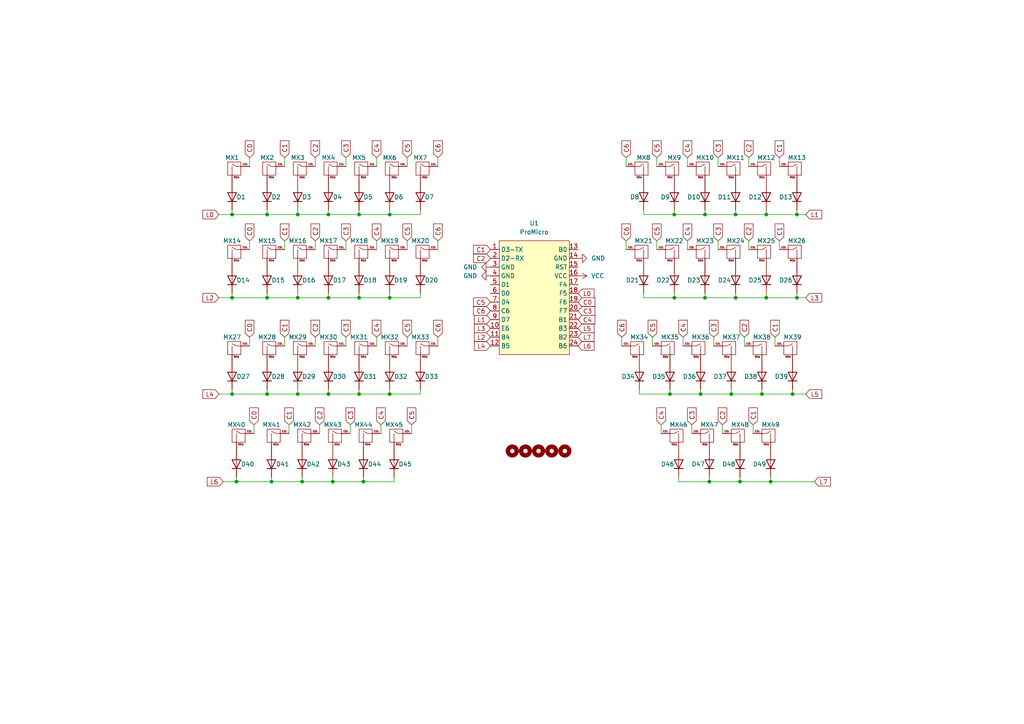
<source format=kicad_sch>
(kicad_sch (version 20230121) (generator eeschema)
  (paper "A4")
  (junction (at 195.58 62.23))
  (junction (at 68.58 139.7))
  (junction (at 231.14 62.23))
  (junction (at 86.36 62.23))
  (junction (at 95.25 62.23))
  (junction (at 67.31 114.3))
  (junction (at 77.47 62.23))
  (junction (at 86.36 114.3))
  (junction (at 204.47 86.36))
  (junction (at 86.36 86.36))
  (junction (at 212.09 114.3))
  (junction (at 105.41 139.7))
  (junction (at 214.63 139.7))
  (junction (at 113.03 86.36))
  (junction (at 104.14 62.23))
  (junction (at 96.52 139.7))
  (junction (at 223.52 139.7))
  (junction (at 113.03 114.3))
  (junction (at 67.31 86.36))
  (junction (at 222.25 62.23))
  (junction (at 95.25 114.3))
  (junction (at 204.47 62.23))
  (junction (at 113.03 62.23))
  (junction (at 220.98 114.3))
  (junction (at 222.25 86.36))
  (junction (at 213.36 86.36))
  (junction (at 205.74 139.7))
  (junction (at 229.87 114.3))
  (junction (at 67.31 62.23))
  (junction (at 87.63 139.7))
  (junction (at 77.47 86.36))
  (junction (at 194.31 114.3))
  (junction (at 104.14 86.36))
  (junction (at 78.74 139.7))
  (junction (at 95.25 86.36))
  (junction (at 195.58 86.36))
  (junction (at 231.14 86.36))
  (junction (at 104.14 114.3))
  (junction (at 213.36 62.23))
  (junction (at 203.2 114.3))
  (junction (at 77.47 114.3))
  (wire (pts (xy 100.33 69.85) (xy 100.33 72.39)))
  (wire (pts (xy 213.36 62.23) (xy 204.47 62.23)))
  (wire (pts (xy 82.55 45.72) (xy 82.55 48.26)))
  (wire (pts (xy 78.74 139.7) (xy 87.63 139.7)))
  (wire (pts (xy 209.55 123.19) (xy 209.55 125.73)))
  (wire (pts (xy 217.17 45.72) (xy 217.17 48.26)))
  (wire (pts (xy 204.47 86.36) (xy 195.58 86.36)))
  (wire (pts (xy 118.11 69.85) (xy 118.11 72.39)))
  (wire (pts (xy 78.74 139.7) (xy 78.74 138.43)))
  (wire (pts (xy 229.87 114.3) (xy 229.87 113.03)))
  (wire (pts (xy 186.69 62.23) (xy 186.69 60.96)))
  (wire (pts (xy 96.52 139.7) (xy 105.41 139.7)))
  (wire (pts (xy 189.23 97.79) (xy 189.23 100.33)))
  (wire (pts (xy 86.36 62.23) (xy 86.36 60.96)))
  (wire (pts (xy 208.28 69.85) (xy 208.28 72.39)))
  (wire (pts (xy 72.39 97.79) (xy 72.39 100.33)))
  (wire (pts (xy 231.14 62.23) (xy 233.68 62.23)))
  (wire (pts (xy 186.69 86.36) (xy 186.69 85.09)))
  (wire (pts (xy 199.39 45.72) (xy 199.39 48.26)))
  (wire (pts (xy 86.36 114.3) (xy 86.36 113.03)))
  (wire (pts (xy 127 97.79) (xy 127 100.33)))
  (wire (pts (xy 96.52 139.7) (xy 96.52 138.43)))
  (wire (pts (xy 180.34 97.79) (xy 180.34 100.33)))
  (wire (pts (xy 220.98 114.3) (xy 220.98 113.03)))
  (wire (pts (xy 104.14 86.36) (xy 113.03 86.36)))
  (wire (pts (xy 233.68 114.3) (xy 229.87 114.3)))
  (wire (pts (xy 104.14 114.3) (xy 113.03 114.3)))
  (wire (pts (xy 87.63 139.7) (xy 87.63 138.43)))
  (wire (pts (xy 72.39 45.72) (xy 72.39 48.26)))
  (wire (pts (xy 204.47 86.36) (xy 204.47 85.09)))
  (wire (pts (xy 67.31 62.23) (xy 67.31 60.96)))
  (wire (pts (xy 213.36 86.36) (xy 204.47 86.36)))
  (wire (pts (xy 86.36 86.36) (xy 86.36 85.09)))
  (wire (pts (xy 121.92 86.36) (xy 121.92 85.09)))
  (wire (pts (xy 231.14 86.36) (xy 222.25 86.36)))
  (wire (pts (xy 190.5 69.85) (xy 190.5 72.39)))
  (wire (pts (xy 104.14 62.23) (xy 104.14 60.96)))
  (wire (pts (xy 127 69.85) (xy 127 72.39)))
  (wire (pts (xy 63.5 86.36) (xy 67.31 86.36)))
  (wire (pts (xy 95.25 86.36) (xy 95.25 85.09)))
  (wire (pts (xy 214.63 139.7) (xy 214.63 138.43)))
  (wire (pts (xy 114.3 139.7) (xy 114.3 138.43)))
  (wire (pts (xy 205.74 139.7) (xy 205.74 138.43)))
  (wire (pts (xy 218.44 123.19) (xy 218.44 125.73)))
  (wire (pts (xy 109.22 69.85) (xy 109.22 72.39)))
  (wire (pts (xy 213.36 86.36) (xy 213.36 85.09)))
  (wire (pts (xy 127 45.72) (xy 127 48.26)))
  (wire (pts (xy 72.39 69.85) (xy 72.39 72.39)))
  (wire (pts (xy 181.61 45.72) (xy 181.61 48.26)))
  (wire (pts (xy 196.85 139.7) (xy 196.85 138.43)))
  (wire (pts (xy 204.47 62.23) (xy 195.58 62.23)))
  (wire (pts (xy 200.66 123.19) (xy 200.66 125.73)))
  (wire (pts (xy 63.5 114.3) (xy 67.31 114.3)))
  (wire (pts (xy 73.66 123.19) (xy 73.66 125.73)))
  (wire (pts (xy 77.47 114.3) (xy 86.36 114.3)))
  (wire (pts (xy 113.03 114.3) (xy 113.03 113.03)))
  (wire (pts (xy 91.44 69.85) (xy 91.44 72.39)))
  (wire (pts (xy 185.42 114.3) (xy 185.42 113.03)))
  (wire (pts (xy 105.41 139.7) (xy 105.41 138.43)))
  (wire (pts (xy 191.77 123.19) (xy 191.77 125.73)))
  (wire (pts (xy 215.9 97.79) (xy 215.9 100.33)))
  (wire (pts (xy 67.31 86.36) (xy 67.31 85.09)))
  (wire (pts (xy 63.5 62.23) (xy 67.31 62.23)))
  (wire (pts (xy 226.06 45.72) (xy 226.06 48.26)))
  (wire (pts (xy 86.36 86.36) (xy 95.25 86.36)))
  (wire (pts (xy 195.58 86.36) (xy 195.58 85.09)))
  (wire (pts (xy 82.55 69.85) (xy 82.55 72.39)))
  (wire (pts (xy 203.2 114.3) (xy 194.31 114.3)))
  (wire (pts (xy 113.03 62.23) (xy 121.92 62.23)))
  (wire (pts (xy 231.14 62.23) (xy 231.14 60.96)))
  (wire (pts (xy 67.31 114.3) (xy 77.47 114.3)))
  (wire (pts (xy 67.31 86.36) (xy 77.47 86.36)))
  (wire (pts (xy 109.22 45.72) (xy 109.22 48.26)))
  (wire (pts (xy 222.25 86.36) (xy 222.25 85.09)))
  (wire (pts (xy 195.58 62.23) (xy 195.58 60.96)))
  (wire (pts (xy 77.47 114.3) (xy 77.47 113.03)))
  (wire (pts (xy 82.55 97.79) (xy 82.55 100.33)))
  (wire (pts (xy 205.74 139.7) (xy 196.85 139.7)))
  (wire (pts (xy 198.12 97.79) (xy 198.12 100.33)))
  (wire (pts (xy 223.52 139.7) (xy 214.63 139.7)))
  (wire (pts (xy 208.28 45.72) (xy 208.28 48.26)))
  (wire (pts (xy 95.25 86.36) (xy 104.14 86.36)))
  (wire (pts (xy 113.03 86.36) (xy 113.03 85.09)))
  (wire (pts (xy 91.44 45.72) (xy 91.44 48.26)))
  (wire (pts (xy 214.63 139.7) (xy 205.74 139.7)))
  (wire (pts (xy 223.52 139.7) (xy 236.22 139.7)))
  (wire (pts (xy 95.25 62.23) (xy 104.14 62.23)))
  (wire (pts (xy 92.71 123.19) (xy 92.71 125.73)))
  (wire (pts (xy 190.5 45.72) (xy 190.5 48.26)))
  (wire (pts (xy 77.47 62.23) (xy 77.47 60.96)))
  (wire (pts (xy 222.25 62.23) (xy 222.25 60.96)))
  (wire (pts (xy 68.58 139.7) (xy 78.74 139.7)))
  (wire (pts (xy 67.31 114.3) (xy 67.31 113.03)))
  (wire (pts (xy 212.09 114.3) (xy 203.2 114.3)))
  (wire (pts (xy 231.14 86.36) (xy 233.68 86.36)))
  (wire (pts (xy 86.36 62.23) (xy 95.25 62.23)))
  (wire (pts (xy 222.25 62.23) (xy 231.14 62.23)))
  (wire (pts (xy 224.79 97.79) (xy 224.79 100.33)))
  (wire (pts (xy 113.03 86.36) (xy 121.92 86.36)))
  (wire (pts (xy 101.6 123.19) (xy 101.6 125.73)))
  (wire (pts (xy 203.2 114.3) (xy 203.2 113.03)))
  (wire (pts (xy 229.87 114.3) (xy 220.98 114.3)))
  (wire (pts (xy 220.98 114.3) (xy 212.09 114.3)))
  (wire (pts (xy 204.47 62.23) (xy 204.47 60.96)))
  (wire (pts (xy 118.11 45.72) (xy 118.11 48.26)))
  (wire (pts (xy 68.58 139.7) (xy 68.58 138.43)))
  (wire (pts (xy 231.14 86.36) (xy 231.14 85.09)))
  (wire (pts (xy 113.03 114.3) (xy 121.92 114.3)))
  (wire (pts (xy 100.33 45.72) (xy 100.33 48.26)))
  (wire (pts (xy 64.77 139.7) (xy 68.58 139.7)))
  (wire (pts (xy 195.58 86.36) (xy 186.69 86.36)))
  (wire (pts (xy 195.58 62.23) (xy 186.69 62.23)))
  (wire (pts (xy 113.03 62.23) (xy 113.03 60.96)))
  (wire (pts (xy 181.61 69.85) (xy 181.61 72.39)))
  (wire (pts (xy 104.14 62.23) (xy 113.03 62.23)))
  (wire (pts (xy 86.36 114.3) (xy 95.25 114.3)))
  (wire (pts (xy 217.17 69.85) (xy 217.17 72.39)))
  (wire (pts (xy 212.09 114.3) (xy 212.09 113.03)))
  (wire (pts (xy 121.92 114.3) (xy 121.92 113.03)))
  (wire (pts (xy 110.49 123.19) (xy 110.49 125.73)))
  (wire (pts (xy 87.63 139.7) (xy 96.52 139.7)))
  (wire (pts (xy 105.41 139.7) (xy 114.3 139.7)))
  (wire (pts (xy 95.25 62.23) (xy 95.25 60.96)))
  (wire (pts (xy 199.39 69.85) (xy 199.39 72.39)))
  (wire (pts (xy 77.47 86.36) (xy 86.36 86.36)))
  (wire (pts (xy 109.22 97.79) (xy 109.22 100.33)))
  (wire (pts (xy 213.36 86.36) (xy 222.25 86.36)))
  (wire (pts (xy 77.47 86.36) (xy 77.47 85.09)))
  (wire (pts (xy 207.01 97.79) (xy 207.01 100.33)))
  (wire (pts (xy 77.47 62.23) (xy 86.36 62.23)))
  (wire (pts (xy 213.36 62.23) (xy 222.25 62.23)))
  (wire (pts (xy 95.25 114.3) (xy 95.25 113.03)))
  (wire (pts (xy 91.44 97.79) (xy 91.44 100.33)))
  (wire (pts (xy 226.06 69.85) (xy 226.06 72.39)))
  (wire (pts (xy 100.33 97.79) (xy 100.33 100.33)))
  (wire (pts (xy 83.82 123.19) (xy 83.82 125.73)))
  (wire (pts (xy 194.31 114.3) (xy 185.42 114.3)))
  (wire (pts (xy 118.11 97.79) (xy 118.11 100.33)))
  (wire (pts (xy 223.52 139.7) (xy 223.52 138.43)))
  (wire (pts (xy 121.92 62.23) (xy 121.92 60.96)))
  (wire (pts (xy 104.14 114.3) (xy 104.14 113.03)))
  (wire (pts (xy 67.31 62.23) (xy 77.47 62.23)))
  (wire (pts (xy 104.14 86.36) (xy 104.14 85.09)))
  (wire (pts (xy 194.31 114.3) (xy 194.31 113.03)))
  (wire (pts (xy 95.25 114.3) (xy 104.14 114.3)))
  (wire (pts (xy 119.38 123.19) (xy 119.38 125.73)))
  (wire (pts (xy 213.36 62.23) (xy 213.36 60.96)))
  (global_label "L7" (shape input) (at 167.64 97.79 0) (property "Intersheetrefs" "${INTERSHEET_REFS}" (effects hide)))
  (global_label "L1" (shape input) (at 233.68 62.23 0) (property "Intersheetrefs" "${INTERSHEET_REFS}" (effects hide)))
  (global_label "C3" (shape input) (at 167.64 90.17 0) (property "Intersheetrefs" "${INTERSHEET_REFS}" (effects hide)))
  (global_label "C5" (shape input) (at 118.11 97.79 90) (property "Intersheetrefs" "${INTERSHEET_REFS}" (effects hide)))
  (global_label "C4" (shape input) (at 110.49 123.19 90) (property "Intersheetrefs" "${INTERSHEET_REFS}" (effects hide)))
  (global_label "L7" (shape input) (at 236.22 139.7 0) (property "Intersheetrefs" "${INTERSHEET_REFS}" (effects hide)))
  (global_label "C4" (shape input) (at 199.39 45.72 90) (property "Intersheetrefs" "${INTERSHEET_REFS}" (effects hide)))
  (global_label "C6" (shape input) (at 127 69.85 90) (property "Intersheetrefs" "${INTERSHEET_REFS}" (effects hide)))
  (global_label "L3" (shape input) (at 142.24 95.25 180) (property "Intersheetrefs" "${INTERSHEET_REFS}" (effects hide)))
  (global_label "C3" (shape input) (at 208.28 45.72 90) (property "Intersheetrefs" "${INTERSHEET_REFS}" (effects hide)))
  (global_label "C2" (shape input) (at 91.44 69.85 90) (property "Intersheetrefs" "${INTERSHEET_REFS}" (effects hide)))
  (global_label "C5" (shape input) (at 189.23 97.79 90) (property "Intersheetrefs" "${INTERSHEET_REFS}" (effects hide)))
  (global_label "C5" (shape input) (at 190.5 45.72 90) (property "Intersheetrefs" "${INTERSHEET_REFS}" (effects hide)))
  (global_label "C4" (shape input) (at 109.22 97.79 90) (property "Intersheetrefs" "${INTERSHEET_REFS}" (effects hide)))
  (global_label "L5" (shape input) (at 233.68 114.3 0) (property "Intersheetrefs" "${INTERSHEET_REFS}" (effects hide)))
  (global_label "C1" (shape input) (at 82.55 45.72 90) (property "Intersheetrefs" "${INTERSHEET_REFS}" (effects hide)))
  (global_label "C2" (shape input) (at 217.17 45.72 90) (property "Intersheetrefs" "${INTERSHEET_REFS}" (effects hide)))
  (global_label "L5" (shape input) (at 167.64 95.25 0) (property "Intersheetrefs" "${INTERSHEET_REFS}" (effects hide)))
  (global_label "C1" (shape input) (at 226.06 69.85 90) (property "Intersheetrefs" "${INTERSHEET_REFS}" (effects hide)))
  (global_label "L0" (shape input) (at 63.5 62.23 180) (property "Intersheetrefs" "${INTERSHEET_REFS}" (effects hide)))
  (global_label "C1" (shape input) (at 82.55 97.79 90) (property "Intersheetrefs" "${INTERSHEET_REFS}" (effects hide)))
  (global_label "C3" (shape input) (at 100.33 97.79 90) (property "Intersheetrefs" "${INTERSHEET_REFS}" (effects hide)))
  (global_label "C3" (shape input) (at 100.33 69.85 90) (property "Intersheetrefs" "${INTERSHEET_REFS}" (effects hide)))
  (global_label "C1" (shape input) (at 226.06 45.72 90) (property "Intersheetrefs" "${INTERSHEET_REFS}" (effects hide)))
  (global_label "L6" (shape input) (at 167.64 100.33 0) (property "Intersheetrefs" "${INTERSHEET_REFS}" (effects hide)))
  (global_label "C3" (shape input) (at 208.28 69.85 90) (property "Intersheetrefs" "${INTERSHEET_REFS}" (effects hide)))
  (global_label "C4" (shape input) (at 109.22 45.72 90) (property "Intersheetrefs" "${INTERSHEET_REFS}" (effects hide)))
  (global_label "C6" (shape input) (at 181.61 69.85 90) (property "Intersheetrefs" "${INTERSHEET_REFS}" (effects hide)))
  (global_label "C0" (shape input) (at 72.39 69.85 90) (property "Intersheetrefs" "${INTERSHEET_REFS}" (effects hide)))
  (global_label "C1" (shape input) (at 82.55 69.85 90) (property "Intersheetrefs" "${INTERSHEET_REFS}" (effects hide)))
  (global_label "C6" (shape input) (at 142.24 90.17 180) (property "Intersheetrefs" "${INTERSHEET_REFS}" (effects hide)))
  (global_label "C2" (shape input) (at 91.44 45.72 90) (property "Intersheetrefs" "${INTERSHEET_REFS}" (effects hide)))
  (global_label "L4" (shape input) (at 142.24 100.33 180) (property "Intersheetrefs" "${INTERSHEET_REFS}" (effects hide)))
  (global_label "C1" (shape input) (at 218.44 123.19 90) (property "Intersheetrefs" "${INTERSHEET_REFS}" (effects hide)))
  (global_label "C4" (shape input) (at 167.64 92.71 0) (property "Intersheetrefs" "${INTERSHEET_REFS}" (effects hide)))
  (global_label "C0" (shape input) (at 72.39 97.79 90) (property "Intersheetrefs" "${INTERSHEET_REFS}" (effects hide)))
  (global_label "C5" (shape input) (at 118.11 45.72 90) (property "Intersheetrefs" "${INTERSHEET_REFS}" (effects hide)))
  (global_label "C4" (shape input) (at 199.39 69.85 90) (property "Intersheetrefs" "${INTERSHEET_REFS}" (effects hide)))
  (global_label "L3" (shape input) (at 233.68 86.36 0) (property "Intersheetrefs" "${INTERSHEET_REFS}" (effects hide)))
  (global_label "L0" (shape input) (at 167.64 85.09 0) (property "Intersheetrefs" "${INTERSHEET_REFS}" (effects hide)))
  (global_label "L6" (shape input) (at 64.77 139.7 180) (property "Intersheetrefs" "${INTERSHEET_REFS}" (effects hide)))
  (global_label "C2" (shape input) (at 217.17 69.85 90) (property "Intersheetrefs" "${INTERSHEET_REFS}" (effects hide)))
  (global_label "C5" (shape input) (at 142.24 87.63 180) (property "Intersheetrefs" "${INTERSHEET_REFS}" (effects hide)))
  (global_label "C5" (shape input) (at 119.38 123.19 90) (property "Intersheetrefs" "${INTERSHEET_REFS}" (effects hide)))
  (global_label "C2" (shape input) (at 215.9 97.79 90) (property "Intersheetrefs" "${INTERSHEET_REFS}" (effects hide)))
  (global_label "C4" (shape input) (at 198.12 97.79 90) (property "Intersheetrefs" "${INTERSHEET_REFS}" (effects hide)))
  (global_label "C5" (shape input) (at 118.11 69.85 90) (property "Intersheetrefs" "${INTERSHEET_REFS}" (effects hide)))
  (global_label "C3" (shape input) (at 101.6 123.19 90) (property "Intersheetrefs" "${INTERSHEET_REFS}" (effects hide)))
  (global_label "C1" (shape input) (at 142.24 72.39 180) (property "Intersheetrefs" "${INTERSHEET_REFS}" (effects hide)))
  (global_label "C0" (shape input) (at 72.39 45.72 90) (property "Intersheetrefs" "${INTERSHEET_REFS}" (effects hide)))
  (global_label "C2" (shape input) (at 209.55 123.19 90) (property "Intersheetrefs" "${INTERSHEET_REFS}" (effects hide)))
  (global_label "L2" (shape input) (at 63.5 86.36 180) (property "Intersheetrefs" "${INTERSHEET_REFS}" (effects hide)))
  (global_label "C6" (shape input) (at 181.61 45.72 90) (property "Intersheetrefs" "${INTERSHEET_REFS}" (effects hide)))
  (global_label "C5" (shape input) (at 190.5 69.85 90) (property "Intersheetrefs" "${INTERSHEET_REFS}" (effects hide)))
  (global_label "L1" (shape input) (at 142.24 92.71 180) (property "Intersheetrefs" "${INTERSHEET_REFS}" (effects hide)))
  (global_label "C1" (shape input) (at 224.79 97.79 90) (property "Intersheetrefs" "${INTERSHEET_REFS}" (effects hide)))
  (global_label "C4" (shape input) (at 191.77 123.19 90) (property "Intersheetrefs" "${INTERSHEET_REFS}" (effects hide)))
  (global_label "C1" (shape input) (at 83.82 123.19 90) (property "Intersheetrefs" "${INTERSHEET_REFS}" (effects hide)))
  (global_label "C3" (shape input) (at 200.66 123.19 90) (property "Intersheetrefs" "${INTERSHEET_REFS}" (effects hide)))
  (global_label "C3" (shape input) (at 100.33 45.72 90) (property "Intersheetrefs" "${INTERSHEET_REFS}" (effects hide)))
  (global_label "C2" (shape input) (at 91.44 97.79 90) (property "Intersheetrefs" "${INTERSHEET_REFS}" (effects hide)))
  (global_label "C6" (shape input) (at 127 45.72 90) (property "Intersheetrefs" "${INTERSHEET_REFS}" (effects hide)))
  (global_label "C2" (shape input) (at 92.71 123.19 90) (property "Intersheetrefs" "${INTERSHEET_REFS}" (effects hide)))
  (global_label "L2" (shape input) (at 142.24 97.79 180) (property "Intersheetrefs" "${INTERSHEET_REFS}" (effects hide)))
  (global_label "C0" (shape input) (at 167.64 87.63 0) (property "Intersheetrefs" "${INTERSHEET_REFS}" (effects hide)))
  (global_label "C2" (shape input) (at 142.24 74.93 180) (property "Intersheetrefs" "${INTERSHEET_REFS}" (effects hide)))
  (global_label "C6" (shape input) (at 127 97.79 90) (property "Intersheetrefs" "${INTERSHEET_REFS}" (effects hide)))
  (global_label "C3" (shape input) (at 207.01 97.79 90) (property "Intersheetrefs" "${INTERSHEET_REFS}" (effects hide)))
  (global_label "L4" (shape input) (at 63.5 114.3 180) (property "Intersheetrefs" "${INTERSHEET_REFS}" (effects hide)))
  (global_label "C6" (shape input) (at 180.34 97.79 90) (property "Intersheetrefs" "${INTERSHEET_REFS}" (effects hide)))
  (global_label "C0" (shape input) (at 73.66 123.19 90) (property "Intersheetrefs" "${INTERSHEET_REFS}" (effects hide)))
  (global_label "C4" (shape input) (at 109.22 69.85 90) (property "Intersheetrefs" "${INTERSHEET_REFS}" (effects hide)))
  (symbol (lib_id "Diode:1N4148") (at 114.3 134.62 90) (unit 1)
    (property "Reference" "D45" (at 115.57 134.62 90) (effects (justify right)))
    (property "Value" "1N4148" (effects hide))
    (property "Footprint" "Diode_THT:D_DO-35_SOD27_P7.62mm_Horizontal" (effects hide))
    (property "Datasheet" "https://assets.nexperia.com/documents/data-sheet/1N4148_1N4448.pdf" (effects hide))
    (property "Sim.Device" "D" (effects hide))
    (property "Sim.Pins" "1=K 2=A" (effects hide))
  )
  (symbol (lib_id "Diode:1N4148") (at 185.42 109.22 270) (mirror x) (unit 1)
    (property "Reference" "D34" (at 184.15 109.22 90) (effects (justify right)))
    (property "Value" "1N4148" (effects hide))
    (property "Footprint" "Diode_THT:D_DO-35_SOD27_P7.62mm_Horizontal" (effects hide))
    (property "Datasheet" "https://assets.nexperia.com/documents/data-sheet/1N4148_1N4448.pdf" (effects hide))
    (property "Sim.Device" "D" (effects hide))
    (property "Sim.Pins" "1=K 2=A" (effects hide))
  )
  (symbol (lib_id "Diode:1N4148") (at 213.36 57.15 270) (mirror x) (unit 1)
    (property "Reference" "D11" (at 212.09 57.15 90) (effects (justify right)))
    (property "Value" "1N4148" (effects hide))
    (property "Footprint" "Diode_THT:D_DO-35_SOD27_P7.62mm_Horizontal" (effects hide))
    (property "Datasheet" "https://assets.nexperia.com/documents/data-sheet/1N4148_1N4448.pdf" (effects hide))
    (property "Sim.Device" "D" (effects hide))
    (property "Sim.Pins" "1=K 2=A" (effects hide))
  )
  (symbol (lib_id "PCM_0xcb:MX") (at 185.42 72.39 0) (mirror y) (unit 1)
    (property "Reference" "MX21" (at 186.69 69.85 0))
    (property "Value" "MX" (effects hide))
    (property "Footprint" "_mx:MX-Alps-Hybrid-1U" (effects hide))
  )
  (symbol (lib_id "PCM_0xcb:MX") (at 78.74 100.33 0) (unit 1)
    (property "Reference" "MX28" (at 77.47 97.79 0))
    (property "Value" "MX" (effects hide))
    (property "Footprint" "_mx:MX-Alps-Hybrid-1.75U" (effects hide))
  )
  (symbol (lib_id "PCM_0xcb:MX") (at 114.3 72.39 0) (unit 1)
    (property "Reference" "MX19" (at 113.03 69.85 0))
    (property "Value" "MX" (effects hide))
    (property "Footprint" "_mx:MX-Alps-Hybrid-1U" (effects hide))
  )
  (symbol (lib_id "Diode:1N4148") (at 204.47 81.28 270) (mirror x) (unit 1)
    (property "Reference" "D23" (at 203.2 81.28 90) (effects (justify right)))
    (property "Value" "1N4148" (effects hide))
    (property "Footprint" "Diode_THT:D_DO-35_SOD27_P7.62mm_Horizontal" (effects hide))
    (property "Datasheet" "https://assets.nexperia.com/documents/data-sheet/1N4148_1N4448.pdf" (effects hide))
    (property "Sim.Device" "D" (effects hide))
    (property "Sim.Pins" "1=K 2=A" (effects hide))
  )
  (symbol (lib_id "Diode:1N4148") (at 105.41 134.62 90) (unit 1)
    (property "Reference" "D44" (at 106.68 134.62 90) (effects (justify right)))
    (property "Value" "1N4148" (effects hide))
    (property "Footprint" "Diode_THT:D_DO-35_SOD27_P7.62mm_Horizontal" (effects hide))
    (property "Datasheet" "https://assets.nexperia.com/documents/data-sheet/1N4148_1N4448.pdf" (effects hide))
    (property "Sim.Device" "D" (effects hide))
    (property "Sim.Pins" "1=K 2=A" (effects hide))
  )
  (symbol (lib_id "Diode:1N4148") (at 77.47 81.28 90) (unit 1)
    (property "Reference" "D15" (at 78.74 81.28 90) (effects (justify right)))
    (property "Value" "1N4148" (effects hide))
    (property "Footprint" "Diode_THT:D_DO-35_SOD27_P7.62mm_Horizontal" (effects hide))
    (property "Datasheet" "https://assets.nexperia.com/documents/data-sheet/1N4148_1N4448.pdf" (effects hide))
    (property "Sim.Device" "D" (effects hide))
    (property "Sim.Pins" "1=K 2=A" (effects hide))
  )
  (symbol (lib_id "Diode:1N4148") (at 231.14 57.15 270) (mirror x) (unit 1)
    (property "Reference" "D13" (at 229.87 57.15 90) (effects (justify right)))
    (property "Value" "1N4148" (effects hide))
    (property "Footprint" "Diode_THT:D_DO-35_SOD27_P7.62mm_Horizontal" (effects hide))
    (property "Datasheet" "https://assets.nexperia.com/documents/data-sheet/1N4148_1N4448.pdf" (effects hide))
    (property "Sim.Device" "D" (effects hide))
    (property "Sim.Pins" "1=K 2=A" (effects hide))
  )
  (symbol (lib_id "PCM_0xcb:MX") (at 212.09 48.26 0) (mirror y) (unit 1)
    (property "Reference" "MX11" (at 213.36 45.72 0))
    (property "Value" "MX" (effects hide))
    (property "Footprint" "_mx:MX-Alps-Hybrid-1U" (effects hide))
  )
  (symbol (lib_id "Diode:1N4148") (at 231.14 81.28 270) (mirror x) (unit 1)
    (property "Reference" "D26" (at 229.87 81.28 90) (effects (justify right)))
    (property "Value" "1N4148" (effects hide))
    (property "Footprint" "Diode_THT:D_DO-35_SOD27_P7.62mm_Horizontal" (effects hide))
    (property "Datasheet" "https://assets.nexperia.com/documents/data-sheet/1N4148_1N4448.pdf" (effects hide))
    (property "Sim.Device" "D" (effects hide))
    (property "Sim.Pins" "1=K 2=A" (effects hide))
  )
  (symbol (lib_id "PCM_0xcb:MX") (at 201.93 100.33 0) (mirror y) (unit 1)
    (property "Reference" "MX36" (at 203.2 97.79 0))
    (property "Value" "MX" (effects hide))
    (property "Footprint" "_mx:MX-Alps-Hybrid-1U" (effects hide))
  )
  (symbol (lib_id "PCM_0xcb:MX") (at 203.2 48.26 0) (mirror y) (unit 1)
    (property "Reference" "MX10" (at 204.47 45.72 0))
    (property "Value" "MX" (effects hide))
    (property "Footprint" "_mx:MX-Alps-Hybrid-1U" (effects hide))
  )
  (symbol (lib_id "PCM_0xcb:MX") (at 229.87 72.39 0) (mirror y) (unit 1)
    (property "Reference" "MX26" (at 231.14 69.85 0))
    (property "Value" "MX" (effects hide))
    (property "Footprint" "_mx:MX-Alps-Hybrid-1.5U" (effects hide))
  )
  (symbol (lib_id "Diode:1N4148") (at 96.52 134.62 90) (unit 1)
    (property "Reference" "D43" (at 97.79 134.62 90) (effects (justify right)))
    (property "Value" "1N4148" (effects hide))
    (property "Footprint" "Diode_THT:D_DO-35_SOD27_P7.62mm_Horizontal" (effects hide))
    (property "Datasheet" "https://assets.nexperia.com/documents/data-sheet/1N4148_1N4448.pdf" (effects hide))
    (property "Sim.Device" "D" (effects hide))
    (property "Sim.Pins" "1=K 2=A" (effects hide))
  )
  (symbol (lib_id "Diode:1N4148") (at 95.25 109.22 90) (unit 1)
    (property "Reference" "D30" (at 96.52 109.22 90) (effects (justify right)))
    (property "Value" "1N4148" (effects hide))
    (property "Footprint" "Diode_THT:D_DO-35_SOD27_P7.62mm_Horizontal" (effects hide))
    (property "Datasheet" "https://assets.nexperia.com/documents/data-sheet/1N4148_1N4448.pdf" (effects hide))
    (property "Sim.Device" "D" (effects hide))
    (property "Sim.Pins" "1=K 2=A" (effects hide))
  )
  (symbol (lib_id "PCM_0xcb:MX") (at 115.57 125.73 0) (unit 1)
    (property "Reference" "MX45" (at 114.3 123.19 0))
    (property "Value" "MX" (effects hide))
    (property "Footprint" "_mx:MX-Alps-Hybrid-2.75U-ReversedStabilizers" (effects hide))
  )
  (symbol (lib_id "PCM_0xcb:MX") (at 68.58 48.26 0) (unit 1)
    (property "Reference" "MX1" (at 67.31 45.72 0))
    (property "Value" "MX" (effects hide))
    (property "Footprint" "_mx:MX-Alps-Hybrid-1U" (effects hide))
  )
  (symbol (lib_id "Diode:1N4148") (at 67.31 109.22 90) (unit 1)
    (property "Reference" "D27" (at 68.58 109.22 90) (effects (justify right)))
    (property "Value" "1N4148" (effects hide))
    (property "Footprint" "Diode_THT:D_DO-35_SOD27_P7.62mm_Horizontal" (effects hide))
    (property "Datasheet" "https://assets.nexperia.com/documents/data-sheet/1N4148_1N4448.pdf" (effects hide))
    (property "Sim.Device" "D" (effects hide))
    (property "Sim.Pins" "1=K 2=A" (effects hide))
  )
  (symbol (lib_id "Diode:1N4148") (at 203.2 109.22 270) (mirror x) (unit 1)
    (property "Reference" "D36" (at 201.93 109.22 90) (effects (justify right)))
    (property "Value" "1N4148" (effects hide))
    (property "Footprint" "Diode_THT:D_DO-35_SOD27_P7.62mm_Horizontal" (effects hide))
    (property "Datasheet" "https://assets.nexperia.com/documents/data-sheet/1N4148_1N4448.pdf" (effects hide))
    (property "Sim.Device" "D" (effects hide))
    (property "Sim.Pins" "1=K 2=A" (effects hide))
  )
  (symbol (lib_id "Diode:1N4148") (at 95.25 81.28 90) (unit 1)
    (property "Reference" "D17" (at 96.52 81.28 90) (effects (justify right)))
    (property "Value" "1N4148" (effects hide))
    (property "Footprint" "Diode_THT:D_DO-35_SOD27_P7.62mm_Horizontal" (effects hide))
    (property "Datasheet" "https://assets.nexperia.com/documents/data-sheet/1N4148_1N4448.pdf" (effects hide))
    (property "Sim.Device" "D" (effects hide))
    (property "Sim.Pins" "1=K 2=A" (effects hide))
  )
  (symbol (lib_id "Mechanical:MountingHole") (at 148.59 130.81 0) (unit 1)
    (property "Reference" "H1" (effects hide))
    (property "Value" "MountingHole" (effects hide))
    (property "Footprint" "MountingHole:MountingHole_2.2mm_M2" (effects hide))
  )
  (symbol (lib_id "PCM_0xcb:MX") (at 78.74 48.26 0) (unit 1)
    (property "Reference" "MX2" (at 77.47 45.72 0))
    (property "Value" "MX" (effects hide))
    (property "Footprint" "_mx:MX-Alps-Hybrid-1U" (effects hide))
  )
  (symbol (lib_id "PCM_0xcb:MX") (at 105.41 48.26 0) (unit 1)
    (property "Reference" "MX5" (at 104.14 45.72 0))
    (property "Value" "MX" (effects hide))
    (property "Footprint" "_mx:MX-Alps-Hybrid-1U" (effects hide))
  )
  (symbol (lib_id "PCM_0xcb:MX") (at 220.98 48.26 0) (mirror y) (unit 1)
    (property "Reference" "MX12" (at 222.25 45.72 0))
    (property "Value" "MX" (effects hide))
    (property "Footprint" "_mx:MX-Alps-Hybrid-1U" (effects hide))
  )
  (symbol (lib_id "PCM_0xcb:MX") (at 106.68 125.73 0) (unit 1)
    (property "Reference" "MX44" (at 105.41 123.19 0))
    (property "Value" "MX" (effects hide))
    (property "Footprint" "_mx:MX-Alps-Hybrid-3U-ReversedStabilizers" (effects hide))
  )
  (symbol (lib_id "PCM_0xcb:MX") (at 213.36 125.73 0) (mirror y) (unit 1)
    (property "Reference" "MX48" (at 214.63 123.19 0))
    (property "Value" "MX" (effects hide))
    (property "Footprint" "_mx:MX-Alps-Hybrid-1U" (effects hide))
  )
  (symbol (lib_id "Diode:1N4148") (at 194.31 109.22 270) (mirror x) (unit 1)
    (property "Reference" "D35" (at 193.04 109.22 90) (effects (justify right)))
    (property "Value" "1N4148" (effects hide))
    (property "Footprint" "Diode_THT:D_DO-35_SOD27_P7.62mm_Horizontal" (effects hide))
    (property "Datasheet" "https://assets.nexperia.com/documents/data-sheet/1N4148_1N4448.pdf" (effects hide))
    (property "Sim.Device" "D" (effects hide))
    (property "Sim.Pins" "1=K 2=A" (effects hide))
  )
  (symbol (lib_id "power:GND") (at 142.24 77.47 270) (unit 1)
    (property "Reference" "#PWR02" (effects hide))
    (property "Value" "GND" (at 138.43 77.47 90) (effects (justify right)))
  )
  (symbol (lib_id "PCM_0xcb:MX") (at 105.41 72.39 0) (unit 1)
    (property "Reference" "MX18" (at 104.14 69.85 0))
    (property "Value" "MX" (effects hide))
    (property "Footprint" "_mx:MX-Alps-Hybrid-1U" (effects hide))
  )
  (symbol (lib_id "PCM_0xcb:MX") (at 78.74 72.39 0) (unit 1)
    (property "Reference" "MX15" (at 77.47 69.85 0))
    (property "Value" "MX" (effects hide))
    (property "Footprint" "_mx:MX-Alps-Hybrid-1.25U" (effects hide))
  )
  (symbol (lib_id "power:GND") (at 142.24 80.01 270) (unit 1)
    (property "Reference" "#PWR03" (effects hide))
    (property "Value" "GND" (at 138.43 80.01 90) (effects (justify right)))
  )
  (symbol (lib_id "Diode:1N4148") (at 195.58 81.28 270) (mirror x) (unit 1)
    (property "Reference" "D22" (at 194.31 81.28 90) (effects (justify right)))
    (property "Value" "1N4148" (effects hide))
    (property "Footprint" "Diode_THT:D_DO-35_SOD27_P7.62mm_Horizontal" (effects hide))
    (property "Datasheet" "https://assets.nexperia.com/documents/data-sheet/1N4148_1N4448.pdf" (effects hide))
    (property "Sim.Device" "D" (effects hide))
    (property "Sim.Pins" "1=K 2=A" (effects hide))
  )
  (symbol (lib_id "Diode:1N4148") (at 229.87 109.22 270) (mirror x) (unit 1)
    (property "Reference" "D39" (at 228.6 109.22 90) (effects (justify right)))
    (property "Value" "1N4148" (effects hide))
    (property "Footprint" "Diode_THT:D_DO-35_SOD27_P7.62mm_Horizontal" (effects hide))
    (property "Datasheet" "https://assets.nexperia.com/documents/data-sheet/1N4148_1N4448.pdf" (effects hide))
    (property "Sim.Device" "D" (effects hide))
    (property "Sim.Pins" "1=K 2=A" (effects hide))
  )
  (symbol (lib_id "PCM_0xcb:MX") (at 184.15 100.33 0) (mirror y) (unit 1)
    (property "Reference" "MX34" (at 185.42 97.79 0))
    (property "Value" "MX" (effects hide))
    (property "Footprint" "_mx:MX-Alps-Hybrid-1U" (effects hide))
  )
  (symbol (lib_id "PCM_0xcb:MX") (at 195.58 125.73 0) (mirror y) (unit 1)
    (property "Reference" "MX46" (at 196.85 123.19 0))
    (property "Value" "MX" (effects hide))
    (property "Footprint" "_mx:MX-Alps-Hybrid-1.5U" (effects hide))
  )
  (symbol (lib_id "PCM_0xcb:MX") (at 123.19 100.33 0) (unit 1)
    (property "Reference" "MX33" (at 121.92 97.79 0))
    (property "Value" "MX" (effects hide))
    (property "Footprint" "_mx:MX-Alps-Hybrid-1U" (effects hide))
  )
  (symbol (lib_id "PCM_0xcb:MX") (at 69.85 125.73 0) (unit 1)
    (property "Reference" "MX40" (at 68.58 123.19 0))
    (property "Value" "MX" (effects hide))
    (property "Footprint" "_mx:MX-Alps-Hybrid-1U" (effects hide))
  )
  (symbol (lib_id "Diode:1N4148") (at 77.47 57.15 90) (unit 1)
    (property "Reference" "D2" (at 78.74 57.15 90) (effects (justify right)))
    (property "Value" "1N4148" (effects hide))
    (property "Footprint" "Diode_THT:D_DO-35_SOD27_P7.62mm_Horizontal" (effects hide))
    (property "Datasheet" "https://assets.nexperia.com/documents/data-sheet/1N4148_1N4448.pdf" (effects hide))
    (property "Sim.Device" "D" (effects hide))
    (property "Sim.Pins" "1=K 2=A" (effects hide))
  )
  (symbol (lib_id "PCM_0xcb:MX") (at 123.19 72.39 0) (unit 1)
    (property "Reference" "MX20" (at 121.92 69.85 0))
    (property "Value" "MX" (effects hide))
    (property "Footprint" "_mx:MX-Alps-Hybrid-1U" (effects hide))
  )
  (symbol (lib_id "Diode:1N4148") (at 113.03 109.22 90) (unit 1)
    (property "Reference" "D32" (at 114.3 109.22 90) (effects (justify right)))
    (property "Value" "1N4148" (effects hide))
    (property "Footprint" "Diode_THT:D_DO-35_SOD27_P7.62mm_Horizontal" (effects hide))
    (property "Datasheet" "https://assets.nexperia.com/documents/data-sheet/1N4148_1N4448.pdf" (effects hide))
    (property "Sim.Device" "D" (effects hide))
    (property "Sim.Pins" "1=K 2=A" (effects hide))
  )
  (symbol (lib_id "PCM_0xcb:MX") (at 68.58 72.39 0) (unit 1)
    (property "Reference" "MX14" (at 67.31 69.85 0))
    (property "Value" "MX" (effects hide))
    (property "Footprint" "_mx:MX-Alps-Hybrid-1U" (effects hide))
  )
  (symbol (lib_id "Diode:1N4148") (at 212.09 109.22 270) (mirror x) (unit 1)
    (property "Reference" "D37" (at 210.82 109.22 90) (effects (justify right)))
    (property "Value" "1N4148" (effects hide))
    (property "Footprint" "Diode_THT:D_DO-35_SOD27_P7.62mm_Horizontal" (effects hide))
    (property "Datasheet" "https://assets.nexperia.com/documents/data-sheet/1N4148_1N4448.pdf" (effects hide))
    (property "Sim.Device" "D" (effects hide))
    (property "Sim.Pins" "1=K 2=A" (effects hide))
  )
  (symbol (lib_id "Mechanical:MountingHole") (at 152.4 130.81 0) (unit 1)
    (property "Reference" "H2" (effects hide))
    (property "Value" "MountingHole" (effects hide))
    (property "Footprint" "MountingHole:MountingHole_2.2mm_M2" (effects hide))
  )
  (symbol (lib_id "PCM_marbastlib-promicroish:Arduino_ProMicro") (at 154.94 86.36 0) (unit 1) (in_bom no)
    (property "Reference" "U1" (at 154.94 64.77 0))
    (property "Value" "ProMicro" (at 154.94 67.31 0))
    (property "Footprint" "PCM_marbastlib-xp-promicroish:ProMicro_USBup" (effects hide))
  )
  (symbol (lib_id "PCM_0xcb:MX") (at 185.42 48.26 0) (mirror y) (unit 1)
    (property "Reference" "MX8" (at 186.69 45.72 0))
    (property "Value" "MX" (effects hide))
    (property "Footprint" "_mx:MX-Alps-Hybrid-1U" (effects hide))
  )
  (symbol (lib_id "PCM_0xcb:MX") (at 229.87 48.26 0) (mirror y) (unit 1)
    (property "Reference" "MX13" (at 231.14 45.72 0))
    (property "Value" "MX" (effects hide))
    (property "Footprint" "_mx:MX-Alps-Hybrid-1.75U" (effects hide))
  )
  (symbol (lib_id "PCM_0xcb:MX") (at 87.63 48.26 0) (unit 1)
    (property "Reference" "MX3" (at 86.36 45.72 0))
    (property "Value" "MX" (effects hide))
    (property "Footprint" "_mx:MX-Alps-Hybrid-1U" (effects hide))
  )
  (symbol (lib_id "Diode:1N4148") (at 95.25 57.15 90) (unit 1)
    (property "Reference" "D4" (at 96.52 57.15 90) (effects (justify right)))
    (property "Value" "1N4148" (effects hide))
    (property "Footprint" "Diode_THT:D_DO-35_SOD27_P7.62mm_Horizontal" (effects hide))
    (property "Datasheet" "https://assets.nexperia.com/documents/data-sheet/1N4148_1N4448.pdf" (effects hide))
    (property "Sim.Device" "D" (effects hide))
    (property "Sim.Pins" "1=K 2=A" (effects hide))
  )
  (symbol (lib_id "PCM_0xcb:MX") (at 194.31 48.26 0) (mirror y) (unit 1)
    (property "Reference" "MX9" (at 195.58 45.72 0))
    (property "Value" "MX" (effects hide))
    (property "Footprint" "_mx:MX-Alps-Hybrid-1U" (effects hide))
  )
  (symbol (lib_id "PCM_0xcb:MX") (at 220.98 72.39 0) (mirror y) (unit 1)
    (property "Reference" "MX25" (at 222.25 69.85 0))
    (property "Value" "MX" (effects hide))
    (property "Footprint" "_mx:MX-Alps-Hybrid-1U" (effects hide))
  )
  (symbol (lib_id "Diode:1N4148") (at 223.52 134.62 270) (mirror x) (unit 1)
    (property "Reference" "D49" (at 222.25 134.62 90) (effects (justify right)))
    (property "Value" "1N4148" (effects hide))
    (property "Footprint" "Diode_THT:D_DO-35_SOD27_P7.62mm_Horizontal" (effects hide))
    (property "Datasheet" "https://assets.nexperia.com/documents/data-sheet/1N4148_1N4448.pdf" (effects hide))
    (property "Sim.Device" "D" (effects hide))
    (property "Sim.Pins" "1=K 2=A" (effects hide))
  )
  (symbol (lib_id "Diode:1N4148") (at 121.92 109.22 90) (unit 1)
    (property "Reference" "D33" (at 123.19 109.22 90) (effects (justify right)))
    (property "Value" "1N4148" (effects hide))
    (property "Footprint" "Diode_THT:D_DO-35_SOD27_P7.62mm_Horizontal" (effects hide))
    (property "Datasheet" "https://assets.nexperia.com/documents/data-sheet/1N4148_1N4448.pdf" (effects hide))
    (property "Sim.Device" "D" (effects hide))
    (property "Sim.Pins" "1=K 2=A" (effects hide))
  )
  (symbol (lib_id "PCM_0xcb:MX") (at 193.04 100.33 0) (mirror y) (unit 1)
    (property "Reference" "MX35" (at 194.31 97.79 0))
    (property "Value" "MX" (effects hide))
    (property "Footprint" "_mx:MX-Alps-Hybrid-1U" (effects hide))
  )
  (symbol (lib_id "Diode:1N4148") (at 214.63 134.62 270) (mirror x) (unit 1)
    (property "Reference" "D48" (at 213.36 134.62 90) (effects (justify right)))
    (property "Value" "1N4148" (effects hide))
    (property "Footprint" "Diode_THT:D_DO-35_SOD27_P7.62mm_Horizontal" (effects hide))
    (property "Datasheet" "https://assets.nexperia.com/documents/data-sheet/1N4148_1N4448.pdf" (effects hide))
    (property "Sim.Device" "D" (effects hide))
    (property "Sim.Pins" "1=K 2=A" (effects hide))
  )
  (symbol (lib_id "Diode:1N4148") (at 220.98 109.22 270) (mirror x) (unit 1)
    (property "Reference" "D38" (at 219.71 109.22 90) (effects (justify right)))
    (property "Value" "1N4148" (effects hide))
    (property "Footprint" "Diode_THT:D_DO-35_SOD27_P7.62mm_Horizontal" (effects hide))
    (property "Datasheet" "https://assets.nexperia.com/documents/data-sheet/1N4148_1N4448.pdf" (effects hide))
    (property "Sim.Device" "D" (effects hide))
    (property "Sim.Pins" "1=K 2=A" (effects hide))
  )
  (symbol (lib_id "Diode:1N4148") (at 86.36 81.28 90) (unit 1)
    (property "Reference" "D16" (at 87.63 81.28 90) (effects (justify right)))
    (property "Value" "1N4148" (effects hide))
    (property "Footprint" "Diode_THT:D_DO-35_SOD27_P7.62mm_Horizontal" (effects hide))
    (property "Datasheet" "https://assets.nexperia.com/documents/data-sheet/1N4148_1N4448.pdf" (effects hide))
    (property "Sim.Device" "D" (effects hide))
    (property "Sim.Pins" "1=K 2=A" (effects hide))
  )
  (symbol (lib_id "Diode:1N4148") (at 68.58 134.62 90) (unit 1)
    (property "Reference" "D40" (at 69.85 134.62 90) (effects (justify right)))
    (property "Value" "1N4148" (effects hide))
    (property "Footprint" "Diode_THT:D_DO-35_SOD27_P7.62mm_Horizontal" (effects hide))
    (property "Datasheet" "https://assets.nexperia.com/documents/data-sheet/1N4148_1N4448.pdf" (effects hide))
    (property "Sim.Device" "D" (effects hide))
    (property "Sim.Pins" "1=K 2=A" (effects hide))
  )
  (symbol (lib_id "PCM_0xcb:MX") (at 123.19 48.26 0) (unit 1)
    (property "Reference" "MX7" (at 121.92 45.72 0))
    (property "Value" "MX" (effects hide))
    (property "Footprint" "_mx:MX-Alps-Hybrid-1U" (effects hide))
  )
  (symbol (lib_id "power:GND") (at 167.64 74.93 90) (unit 1)
    (property "Reference" "#PWR01" (effects hide))
    (property "Value" "GND" (at 171.45 74.93 90) (effects (justify right)))
  )
  (symbol (lib_id "Mechanical:MountingHole") (at 156.21 130.81 0) (unit 1)
    (property "Reference" "H3" (effects hide))
    (property "Value" "MountingHole" (effects hide))
    (property "Footprint" "MountingHole:MountingHole_2.2mm_M2" (effects hide))
  )
  (symbol (lib_id "PCM_0xcb:MX") (at 80.01 125.73 0) (unit 1)
    (property "Reference" "MX41" (at 78.74 123.19 0))
    (property "Value" "MX" (effects hide))
    (property "Footprint" "_mx:MX-Alps-Hybrid-1.25U" (effects hide))
  )
  (symbol (lib_id "PCM_0xcb:MX") (at 96.52 100.33 0) (unit 1)
    (property "Reference" "MX30" (at 95.25 97.79 0))
    (property "Value" "MX" (effects hide))
    (property "Footprint" "_mx:MX-Alps-Hybrid-1U" (effects hide))
  )
  (symbol (lib_id "PCM_0xcb:MX") (at 96.52 72.39 0) (unit 1)
    (property "Reference" "MX17" (at 95.25 69.85 0))
    (property "Value" "MX" (effects hide))
    (property "Footprint" "_mx:MX-Alps-Hybrid-1U" (effects hide))
  )
  (symbol (lib_id "PCM_0xcb:MX") (at 194.31 72.39 0) (mirror y) (unit 1)
    (property "Reference" "MX22" (at 195.58 69.85 0))
    (property "Value" "MX" (effects hide))
    (property "Footprint" "_mx:MX-Alps-Hybrid-1U" (effects hide))
  )
  (symbol (lib_id "PCM_0xcb:MX") (at 204.47 125.73 0) (mirror y) (unit 1)
    (property "Reference" "MX47" (at 205.74 123.19 0))
    (property "Value" "MX" (effects hide))
    (property "Footprint" "_mx:MX-Alps-Hybrid-1U" (effects hide))
  )
  (symbol (lib_id "PCM_0xcb:MX") (at 105.41 100.33 0) (unit 1)
    (property "Reference" "MX31" (at 104.14 97.79 0))
    (property "Value" "MX" (effects hide))
    (property "Footprint" "_mx:MX-Alps-Hybrid-1U" (effects hide))
  )
  (symbol (lib_id "Diode:1N4148") (at 104.14 57.15 90) (unit 1)
    (property "Reference" "D5" (at 105.41 57.15 90) (effects (justify right)))
    (property "Value" "1N4148" (effects hide))
    (property "Footprint" "Diode_THT:D_DO-35_SOD27_P7.62mm_Horizontal" (effects hide))
    (property "Datasheet" "https://assets.nexperia.com/documents/data-sheet/1N4148_1N4448.pdf" (effects hide))
    (property "Sim.Device" "D" (effects hide))
    (property "Sim.Pins" "1=K 2=A" (effects hide))
  )
  (symbol (lib_id "Diode:1N4148") (at 222.25 81.28 270) (mirror x) (unit 1)
    (property "Reference" "D25" (at 220.98 81.28 90) (effects (justify right)))
    (property "Value" "1N4148" (effects hide))
    (property "Footprint" "Diode_THT:D_DO-35_SOD27_P7.62mm_Horizontal" (effects hide))
    (property "Datasheet" "https://assets.nexperia.com/documents/data-sheet/1N4148_1N4448.pdf" (effects hide))
    (property "Sim.Device" "D" (effects hide))
    (property "Sim.Pins" "1=K 2=A" (effects hide))
  )
  (symbol (lib_id "Diode:1N4148") (at 104.14 109.22 90) (unit 1)
    (property "Reference" "D31" (at 105.41 109.22 90) (effects (justify right)))
    (property "Value" "1N4148" (effects hide))
    (property "Footprint" "Diode_THT:D_DO-35_SOD27_P7.62mm_Horizontal" (effects hide))
    (property "Datasheet" "https://assets.nexperia.com/documents/data-sheet/1N4148_1N4448.pdf" (effects hide))
    (property "Sim.Device" "D" (effects hide))
    (property "Sim.Pins" "1=K 2=A" (effects hide))
  )
  (symbol (lib_id "Diode:1N4148") (at 86.36 57.15 90) (unit 1)
    (property "Reference" "D3" (at 87.63 57.15 90) (effects (justify right)))
    (property "Value" "1N4148" (effects hide))
    (property "Footprint" "Diode_THT:D_DO-35_SOD27_P7.62mm_Horizontal" (effects hide))
    (property "Datasheet" "https://assets.nexperia.com/documents/data-sheet/1N4148_1N4448.pdf" (effects hide))
    (property "Sim.Device" "D" (effects hide))
    (property "Sim.Pins" "1=K 2=A" (effects hide))
  )
  (symbol (lib_id "Diode:1N4148") (at 196.85 134.62 270) (mirror x) (unit 1)
    (property "Reference" "D46" (at 195.58 134.62 90) (effects (justify right)))
    (property "Value" "1N4148" (effects hide))
    (property "Footprint" "Diode_THT:D_DO-35_SOD27_P7.62mm_Horizontal" (effects hide))
    (property "Datasheet" "https://assets.nexperia.com/documents/data-sheet/1N4148_1N4448.pdf" (effects hide))
    (property "Sim.Device" "D" (effects hide))
    (property "Sim.Pins" "1=K 2=A" (effects hide))
  )
  (symbol (lib_id "Diode:1N4148") (at 104.14 81.28 90) (unit 1)
    (property "Reference" "D18" (at 105.41 81.28 90) (effects (justify right)))
    (property "Value" "1N4148" (effects hide))
    (property "Footprint" "Diode_THT:D_DO-35_SOD27_P7.62mm_Horizontal" (effects hide))
    (property "Datasheet" "https://assets.nexperia.com/documents/data-sheet/1N4148_1N4448.pdf" (effects hide))
    (property "Sim.Device" "D" (effects hide))
    (property "Sim.Pins" "1=K 2=A" (effects hide))
  )
  (symbol (lib_id "Diode:1N4148") (at 87.63 134.62 90) (unit 1)
    (property "Reference" "D42" (at 88.9 134.62 90) (effects (justify right)))
    (property "Value" "1N4148" (effects hide))
    (property "Footprint" "Diode_THT:D_DO-35_SOD27_P7.62mm_Horizontal" (effects hide))
    (property "Datasheet" "https://assets.nexperia.com/documents/data-sheet/1N4148_1N4448.pdf" (effects hide))
    (property "Sim.Device" "D" (effects hide))
    (property "Sim.Pins" "1=K 2=A" (effects hide))
  )
  (symbol (lib_id "PCM_0xcb:MX") (at 219.71 100.33 0) (mirror y) (unit 1)
    (property "Reference" "MX38" (at 220.98 97.79 0))
    (property "Value" "MX" (effects hide))
    (property "Footprint" "_mx:MX-Alps-Hybrid-1U" (effects hide))
  )
  (symbol (lib_id "PCM_0xcb:MX") (at 87.63 72.39 0) (unit 1)
    (property "Reference" "MX16" (at 86.36 69.85 0))
    (property "Value" "MX" (effects hide))
    (property "Footprint" "_mx:MX-Alps-Hybrid-1U" (effects hide))
  )
  (symbol (lib_id "PCM_0xcb:MX") (at 212.09 72.39 0) (mirror y) (unit 1)
    (property "Reference" "MX24" (at 213.36 69.85 0))
    (property "Value" "MX" (effects hide))
    (property "Footprint" "_mx:MX-Alps-Hybrid-1U" (effects hide))
  )
  (symbol (lib_id "PCM_0xcb:MX") (at 210.82 100.33 0) (mirror y) (unit 1)
    (property "Reference" "MX37" (at 212.09 97.79 0))
    (property "Value" "MX" (effects hide))
    (property "Footprint" "_mx:MX-Alps-Hybrid-1U" (effects hide))
  )
  (symbol (lib_id "Diode:1N4148") (at 67.31 57.15 90) (unit 1)
    (property "Reference" "D1" (at 68.58 57.15 90) (effects (justify right)))
    (property "Value" "1N4148" (effects hide))
    (property "Footprint" "Diode_THT:D_DO-35_SOD27_P7.62mm_Horizontal" (effects hide))
    (property "Datasheet" "https://assets.nexperia.com/documents/data-sheet/1N4148_1N4448.pdf" (effects hide))
    (property "Sim.Device" "D" (effects hide))
    (property "Sim.Pins" "1=K 2=A" (effects hide))
  )
  (symbol (lib_id "PCM_0xcb:MX") (at 114.3 100.33 0) (unit 1)
    (property "Reference" "MX32" (at 113.03 97.79 0))
    (property "Value" "MX" (effects hide))
    (property "Footprint" "_mx:MX-Alps-Hybrid-1U" (effects hide))
  )
  (symbol (lib_id "PCM_0xcb:MX") (at 96.52 48.26 0) (unit 1)
    (property "Reference" "MX4" (at 95.25 45.72 0))
    (property "Value" "MX" (effects hide))
    (property "Footprint" "_mx:MX-Alps-Hybrid-1U" (effects hide))
  )
  (symbol (lib_id "PCM_0xcb:MX") (at 88.9 125.73 0) (unit 1)
    (property "Reference" "MX42" (at 87.63 123.19 0))
    (property "Value" "MX" (effects hide))
    (property "Footprint" "_mx:MX-Alps-Hybrid-1U" (effects hide))
  )
  (symbol (lib_id "Diode:1N4148") (at 222.25 57.15 270) (mirror x) (unit 1)
    (property "Reference" "D12" (at 220.98 57.15 90) (effects (justify right)))
    (property "Value" "1N4148" (effects hide))
    (property "Footprint" "Diode_THT:D_DO-35_SOD27_P7.62mm_Horizontal" (effects hide))
    (property "Datasheet" "https://assets.nexperia.com/documents/data-sheet/1N4148_1N4448.pdf" (effects hide))
    (property "Sim.Device" "D" (effects hide))
    (property "Sim.Pins" "1=K 2=A" (effects hide))
  )
  (symbol (lib_id "Diode:1N4148") (at 78.74 134.62 90) (unit 1)
    (property "Reference" "D41" (at 80.01 134.62 90) (effects (justify right)))
    (property "Value" "1N4148" (effects hide))
    (property "Footprint" "Diode_THT:D_DO-35_SOD27_P7.62mm_Horizontal" (effects hide))
    (property "Datasheet" "https://assets.nexperia.com/documents/data-sheet/1N4148_1N4448.pdf" (effects hide))
    (property "Sim.Device" "D" (effects hide))
    (property "Sim.Pins" "1=K 2=A" (effects hide))
  )
  (symbol (lib_id "PCM_0xcb:MX") (at 114.3 48.26 0) (unit 1)
    (property "Reference" "MX6" (at 113.03 45.72 0))
    (property "Value" "MX" (effects hide))
    (property "Footprint" "_mx:MX-Alps-Hybrid-1U" (effects hide))
  )
  (symbol (lib_id "Mechanical:MountingHole") (at 160.02 130.81 0) (unit 1)
    (property "Reference" "H4" (effects hide))
    (property "Value" "MountingHole" (effects hide))
    (property "Footprint" "MountingHole:MountingHole_2.2mm_M2" (effects hide))
  )
  (symbol (lib_id "Diode:1N4148") (at 86.36 109.22 90) (unit 1)
    (property "Reference" "D29" (at 87.63 109.22 90) (effects (justify right)))
    (property "Value" "1N4148" (effects hide))
    (property "Footprint" "Diode_THT:D_DO-35_SOD27_P7.62mm_Horizontal" (effects hide))
    (property "Datasheet" "https://assets.nexperia.com/documents/data-sheet/1N4148_1N4448.pdf" (effects hide))
    (property "Sim.Device" "D" (effects hide))
    (property "Sim.Pins" "1=K 2=A" (effects hide))
  )
  (symbol (lib_id "Diode:1N4148") (at 213.36 81.28 270) (mirror x) (unit 1)
    (property "Reference" "D24" (at 212.09 81.28 90) (effects (justify right)))
    (property "Value" "1N4148" (effects hide))
    (property "Footprint" "Diode_THT:D_DO-35_SOD27_P7.62mm_Horizontal" (effects hide))
    (property "Datasheet" "https://assets.nexperia.com/documents/data-sheet/1N4148_1N4448.pdf" (effects hide))
    (property "Sim.Device" "D" (effects hide))
    (property "Sim.Pins" "1=K 2=A" (effects hide))
  )
  (symbol (lib_id "power:VCC") (at 167.64 80.01 270) (unit 1)
    (property "Reference" "#PWR04" (effects hide))
    (property "Value" "VCC" (at 171.45 80.01 90) (effects (justify left)))
  )
  (symbol (lib_id "Diode:1N4148") (at 113.03 81.28 90) (unit 1)
    (property "Reference" "D19" (at 114.3 81.28 90) (effects (justify right)))
    (property "Value" "1N4148" (effects hide))
    (property "Footprint" "Diode_THT:D_DO-35_SOD27_P7.62mm_Horizontal" (effects hide))
    (property "Datasheet" "https://assets.nexperia.com/documents/data-sheet/1N4148_1N4448.pdf" (effects hide))
    (property "Sim.Device" "D" (effects hide))
    (property "Sim.Pins" "1=K 2=A" (effects hide))
  )
  (symbol (lib_id "Diode:1N4148") (at 77.47 109.22 90) (unit 1)
    (property "Reference" "D28" (at 78.74 109.22 90) (effects (justify right)))
    (property "Value" "1N4148" (effects hide))
    (property "Footprint" "Diode_THT:D_DO-35_SOD27_P7.62mm_Horizontal" (effects hide))
    (property "Datasheet" "https://assets.nexperia.com/documents/data-sheet/1N4148_1N4448.pdf" (effects hide))
    (property "Sim.Device" "D" (effects hide))
    (property "Sim.Pins" "1=K 2=A" (effects hide))
  )
  (symbol (lib_id "Diode:1N4148") (at 186.69 57.15 270) (mirror x) (unit 1)
    (property "Reference" "D8" (at 185.42 57.15 90) (effects (justify right)))
    (property "Value" "1N4148" (effects hide))
    (property "Footprint" "Diode_THT:D_DO-35_SOD27_P7.62mm_Horizontal" (effects hide))
    (property "Datasheet" "https://assets.nexperia.com/documents/data-sheet/1N4148_1N4448.pdf" (effects hide))
    (property "Sim.Device" "D" (effects hide))
    (property "Sim.Pins" "1=K 2=A" (effects hide))
  )
  (symbol (lib_id "PCM_0xcb:MX") (at 68.58 100.33 0) (unit 1)
    (property "Reference" "MX27" (at 67.31 97.79 0))
    (property "Value" "MX" (effects hide))
    (property "Footprint" "_mx:MX-Alps-Hybrid-1U" (effects hide))
  )
  (symbol (lib_id "PCM_0xcb:MX") (at 222.25 125.73 0) (mirror y) (unit 1)
    (property "Reference" "MX49" (at 223.52 123.19 0))
    (property "Value" "MX" (effects hide))
    (property "Footprint" "_mx:MX-Alps-Hybrid-1U" (effects hide))
  )
  (symbol (lib_id "Diode:1N4148") (at 186.69 81.28 270) (mirror x) (unit 1)
    (property "Reference" "D21" (at 185.42 81.28 90) (effects (justify right)))
    (property "Value" "1N4148" (effects hide))
    (property "Footprint" "Diode_THT:D_DO-35_SOD27_P7.62mm_Horizontal" (effects hide))
    (property "Datasheet" "https://assets.nexperia.com/documents/data-sheet/1N4148_1N4448.pdf" (effects hide))
    (property "Sim.Device" "D" (effects hide))
    (property "Sim.Pins" "1=K 2=A" (effects hide))
  )
  (symbol (lib_id "Diode:1N4148") (at 113.03 57.15 90) (unit 1)
    (property "Reference" "D6" (at 114.3 57.15 90) (effects (justify right)))
    (property "Value" "1N4148" (effects hide))
    (property "Footprint" "Diode_THT:D_DO-35_SOD27_P7.62mm_Horizontal" (effects hide))
    (property "Datasheet" "https://assets.nexperia.com/documents/data-sheet/1N4148_1N4448.pdf" (effects hide))
    (property "Sim.Device" "D" (effects hide))
    (property "Sim.Pins" "1=K 2=A" (effects hide))
  )
  (symbol (lib_id "Mechanical:MountingHole") (at 163.83 130.81 0) (unit 1)
    (property "Reference" "H5" (effects hide))
    (property "Value" "MountingHole" (effects hide))
    (property "Footprint" "MountingHole:MountingHole_2.2mm_M2" (effects hide))
  )
  (symbol (lib_id "Diode:1N4148") (at 67.31 81.28 90) (unit 1)
    (property "Reference" "D14" (at 68.58 81.28 90) (effects (justify right)))
    (property "Value" "1N4148" (effects hide))
    (property "Footprint" "Diode_THT:D_DO-35_SOD27_P7.62mm_Horizontal" (effects hide))
    (property "Datasheet" "https://assets.nexperia.com/documents/data-sheet/1N4148_1N4448.pdf" (effects hide))
    (property "Sim.Device" "D" (effects hide))
    (property "Sim.Pins" "1=K 2=A" (effects hide))
  )
  (symbol (lib_id "Diode:1N4148") (at 204.47 57.15 270) (mirror x) (unit 1)
    (property "Reference" "D10" (at 203.2 57.15 90) (effects (justify right)))
    (property "Value" "1N4148" (effects hide))
    (property "Footprint" "Diode_THT:D_DO-35_SOD27_P7.62mm_Horizontal" (effects hide))
    (property "Datasheet" "https://assets.nexperia.com/documents/data-sheet/1N4148_1N4448.pdf" (effects hide))
    (property "Sim.Device" "D" (effects hide))
    (property "Sim.Pins" "1=K 2=A" (effects hide))
  )
  (symbol (lib_id "PCM_0xcb:MX") (at 87.63 100.33 0) (unit 1)
    (property "Reference" "MX29" (at 86.36 97.79 0))
    (property "Value" "MX" (effects hide))
    (property "Footprint" "_mx:MX-Alps-Hybrid-1U" (effects hide))
  )
  (symbol (lib_id "Diode:1N4148") (at 205.74 134.62 270) (mirror x) (unit 1)
    (property "Reference" "D47" (at 204.47 134.62 90) (effects (justify right)))
    (property "Value" "1N4148" (effects hide))
    (property "Footprint" "Diode_THT:D_DO-35_SOD27_P7.62mm_Horizontal" (effects hide))
    (property "Datasheet" "https://assets.nexperia.com/documents/data-sheet/1N4148_1N4448.pdf" (effects hide))
    (property "Sim.Device" "D" (effects hide))
    (property "Sim.Pins" "1=K 2=A" (effects hide))
  )
  (symbol (lib_id "PCM_0xcb:MX") (at 203.2 72.39 0) (mirror y) (unit 1)
    (property "Reference" "MX23" (at 204.47 69.85 0))
    (property "Value" "MX" (effects hide))
    (property "Footprint" "_mx:MX-Alps-Hybrid-1U" (effects hide))
  )
  (symbol (lib_id "PCM_0xcb:MX") (at 228.6 100.33 0) (mirror y) (unit 1)
    (property "Reference" "MX39" (at 229.87 97.79 0))
    (property "Value" "MX" (effects hide))
    (property "Footprint" "_mx:MX-Alps-Hybrid-1U" (effects hide))
  )
  (symbol (lib_id "Diode:1N4148") (at 195.58 57.15 270) (mirror x) (unit 1)
    (property "Reference" "D9" (at 194.31 57.15 90) (effects (justify right)))
    (property "Value" "1N4148" (effects hide))
    (property "Footprint" "Diode_THT:D_DO-35_SOD27_P7.62mm_Horizontal" (effects hide))
    (property "Datasheet" "https://assets.nexperia.com/documents/data-sheet/1N4148_1N4448.pdf" (effects hide))
    (property "Sim.Device" "D" (effects hide))
    (property "Sim.Pins" "1=K 2=A" (effects hide))
  )
  (symbol (lib_id "PCM_0xcb:MX") (at 97.79 125.73 0) (unit 1)
    (property "Reference" "MX43" (at 96.52 123.19 0))
    (property "Value" "MX" (effects hide))
    (property "Footprint" "_mx:MX-Alps-Hybrid-1.25U" (effects hide))
  )
  (symbol (lib_id "Diode:1N4148") (at 121.92 57.15 90) (unit 1)
    (property "Reference" "D7" (at 123.19 57.15 90) (effects (justify right)))
    (property "Value" "1N4148" (effects hide))
    (property "Footprint" "Diode_THT:D_DO-35_SOD27_P7.62mm_Horizontal" (effects hide))
    (property "Datasheet" "https://assets.nexperia.com/documents/data-sheet/1N4148_1N4448.pdf" (effects hide))
    (property "Sim.Device" "D" (effects hide))
    (property "Sim.Pins" "1=K 2=A" (effects hide))
  )
  (symbol (lib_id "Diode:1N4148") (at 121.92 81.28 90) (unit 1)
    (property "Reference" "D20" (at 123.19 81.28 90) (effects (justify right)))
    (property "Value" "1N4148" (effects hide))
    (property "Footprint" "Diode_THT:D_DO-35_SOD27_P7.62mm_Horizontal" (effects hide))
    (property "Datasheet" "https://assets.nexperia.com/documents/data-sheet/1N4148_1N4448.pdf" (effects hide))
    (property "Sim.Device" "D" (effects hide))
    (property "Sim.Pins" "1=K 2=A" (effects hide))
  )
)
</source>
